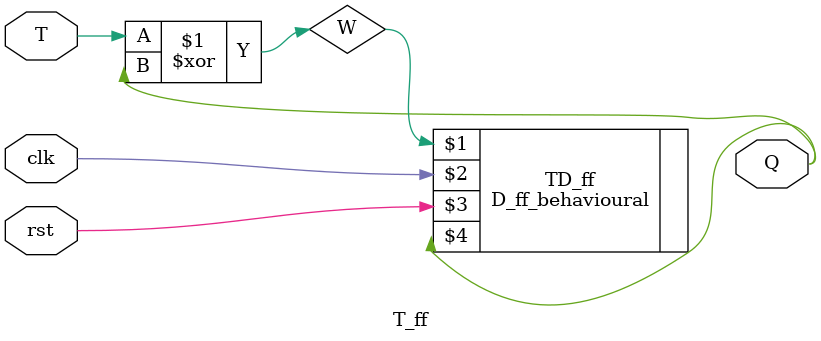
<source format=v>
module T_ff(input T,clk,rst,output Q);
 wire W;
 assign W = T^Q;
 
 D_ff_behavioural TD_ff(W,clk,rst,Q);
 
 endmodule
   
</source>
